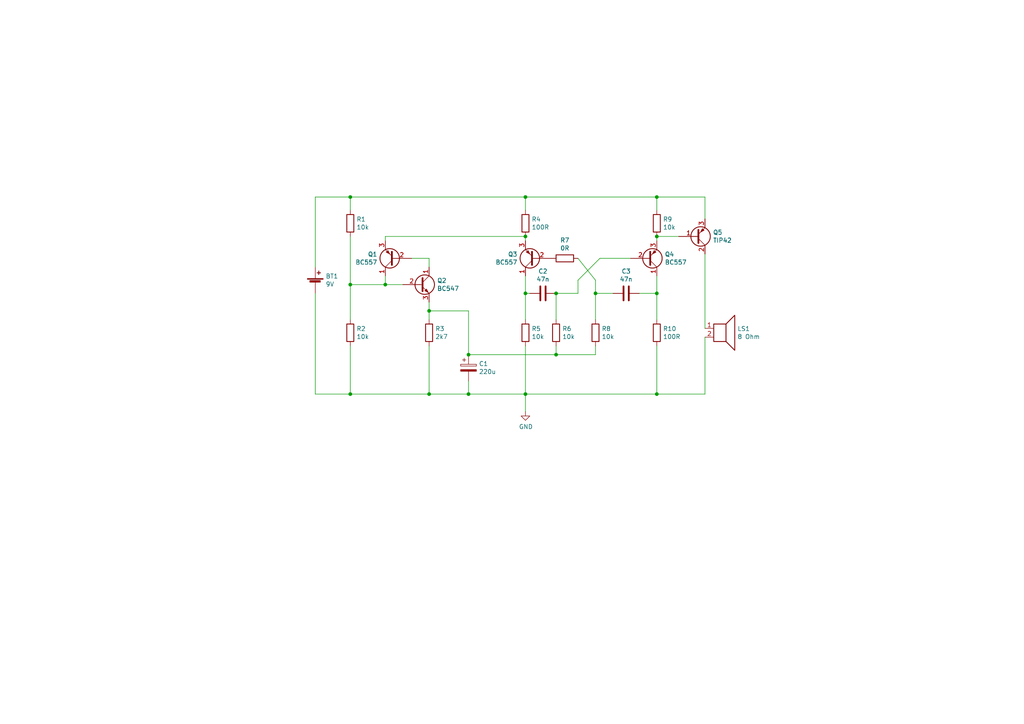
<source format=kicad_sch>
(kicad_sch (version 20211123) (generator eeschema)
  (paper "A4")
  (lib_symbols
    (symbol "Device:Battery_Cell" (pin_numbers hide) (pin_names (offset 0) hide)
      (property "Reference" "BT" (at 2.54 2.54 0))
      (property "Value" "Battery_Cell" (at 2.54 0 0))
      (symbol "Battery_Cell_0_1"
        (rectangle (start -2.286 1.778) (end 2.286 1.524) (fill (type outline)))
        (rectangle (start -1.5748 1.1938) (end 1.4732 0.6858) (fill (type outline)))
        (polyline (pts (xy 0 0.762) (xy 0 0)))
        (polyline (pts (xy 0 1.778) (xy 0 2.54)))
        (polyline (pts (xy 0.508 3.429) (xy 1.524 3.429)) (stroke (width 0.254)))
        (polyline (pts (xy 1.016 3.937) (xy 1.016 2.921)) (stroke (width 0.254)))
      )
      (symbol "Battery_Cell_1_1"
        (pin passive line (at 0 5.08 270) (length 2.54) (name "+") (number "1"))
        (pin passive line (at 0 -2.54 90) (length 2.54) (name "-") (number "2"))
      )
    )
    (symbol "Device:C" (pin_numbers hide) (pin_names (offset 0.254))
      (property "Reference" "C" (at 0.635 2.54 0))
      (property "Value" "C" (at 0.635 -2.54 0))
      (symbol "C_0_1"
        (polyline (pts (xy -2.032 -0.762) (xy 2.032 -0.762)) (stroke (width 0.508)))
        (polyline (pts (xy -2.032 0.762) (xy 2.032 0.762)) (stroke (width 0.508)))
      )
      (symbol "C_1_1"
        (pin passive line (at 0 3.81 270) (length 2.794) (name "~") (number "1"))
        (pin passive line (at 0 -3.81 90) (length 2.794) (name "~") (number "2"))
      )
    )
    (symbol "Device:R" (pin_numbers hide) (pin_names (offset 0))
      (property "Reference" "R" (at 2.032 0 90))
      (property "Value" "R" (at 0 0 90))
      (symbol "R_0_1"
        (rectangle (start -1.016 -2.54) (end 1.016 2.54) (stroke (width 0.254)))
      )
      (symbol "R_1_1"
        (pin passive line (at 0 3.81 270) (length 1.27) (name "~") (number "1"))
        (pin passive line (at 0 -3.81 90) (length 1.27) (name "~") (number "2"))
      )
    )
    (symbol "Device:Speaker" (pin_names (offset 0) hide)
      (property "Reference" "LS" (at 1.27 5.715 0))
      (property "Value" "Speaker" (at 1.27 3.81 0))
      (symbol "Speaker_0_0"
        (rectangle (start -2.54 1.27) (end 1.016 -3.81) (stroke (width 0.254)))
        (polyline (pts (xy 1.016 1.27) (xy 3.556 3.81) (xy 3.556 -6.35) (xy 1.016 -3.81)) (stroke (width 0.254)))
      )
      (symbol "Speaker_1_1"
        (pin input line (at -5.08 0 0) (length 2.54) (name "1") (number "1"))
        (pin input line (at -5.08 -2.54 0) (length 2.54) (name "2") (number "2"))
      )
    )
    (symbol "Transistor_BJT:BC547" (pin_names (offset 0) hide)
      (property "Reference" "Q" (at 5.08 1.905 0))
      (property "Value" "BC547" (at 5.08 0 0))
      (symbol "BC547_0_1"
        (polyline (pts (xy 0 0) (xy 0.635 0)))
        (polyline (pts (xy 0.635 0.635) (xy 2.54 2.54)))
        (polyline (pts (xy 0.635 -0.635) (xy 2.54 -2.54) (xy 2.54 -2.54)))
        (polyline (pts (xy 0.635 1.905) (xy 0.635 -1.905) (xy 0.635 -1.905)) (stroke (width 0.508)))
        (polyline (pts (xy 1.27 -1.778) (xy 1.778 -1.27) (xy 2.286 -2.286) (xy 1.27 -1.778) (xy 1.27 -1.778)) (fill (type outline)))
        (circle (center 1.27 0) (radius 2.8194) (stroke (width 0.254)))
      )
      (symbol "BC547_1_1"
        (pin passive line (at 2.54 5.08 270) (length 2.54) (name "C") (number "1"))
        (pin input line (at -5.08 0 0) (length 5.08) (name "B") (number "2"))
        (pin passive line (at 2.54 -5.08 90) (length 2.54) (name "E") (number "3"))
      )
    )
    (symbol "Transistor_BJT:BC557" (pin_names (offset 0) hide)
      (property "Reference" "Q" (at 5.08 1.905 0))
      (property "Value" "BC557" (at 5.08 0 0))
      (symbol "BC557_0_1"
        (polyline (pts (xy 0.635 0.635) (xy 2.54 2.54)))
        (polyline (pts (xy 0.635 -0.635) (xy 2.54 -2.54) (xy 2.54 -2.54)))
        (polyline (pts (xy 0.635 1.905) (xy 0.635 -1.905) (xy 0.635 -1.905)) (stroke (width 0.508)))
        (polyline (pts (xy 2.286 -1.778) (xy 1.778 -2.286) (xy 1.27 -1.27) (xy 2.286 -1.778) (xy 2.286 -1.778)) (fill (type outline)))
        (circle (center 1.27 0) (radius 2.8194) (stroke (width 0.254)))
      )
      (symbol "BC557_1_1"
        (pin passive line (at 2.54 5.08 270) (length 2.54) (name "C") (number "1"))
        (pin input line (at -5.08 0 0) (length 5.715) (name "B") (number "2"))
        (pin passive line (at 2.54 -5.08 90) (length 2.54) (name "E") (number "3"))
      )
    )
    (symbol "Transistor_BJT:TIP42" (pin_names (offset 0) hide)
      (property "Reference" "Q" (at 6.35 1.905 0))
      (property "Value" "TIP42" (at 6.35 0 0))
      (symbol "TIP42_0_1"
        (polyline (pts (xy 0.635 0.635) (xy 2.54 2.54)))
        (polyline (pts (xy 0.635 -0.635) (xy 2.54 -2.54) (xy 2.54 -2.54)))
        (polyline (pts (xy 0.635 1.905) (xy 0.635 -1.905) (xy 0.635 -1.905)) (stroke (width 0.508)))
        (polyline (pts (xy 2.286 -1.778) (xy 1.778 -2.286) (xy 1.27 -1.27) (xy 2.286 -1.778) (xy 2.286 -1.778)) (fill (type outline)))
        (circle (center 1.27 0) (radius 2.8194) (stroke (width 0.254)))
      )
      (symbol "TIP42_1_1"
        (pin input line (at -5.08 0 0) (length 5.715) (name "B") (number "1"))
        (pin passive line (at 2.54 5.08 270) (length 2.54) (name "C") (number "2"))
        (pin passive line (at 2.54 -5.08 90) (length 2.54) (name "E") (number "3"))
      )
    )
    (symbol "power:GND" (power) (pin_names (offset 0))
      (property "Value" "GND" (at 0 -3.81 0))
      (symbol "GND_0_1"
        (polyline (pts (xy 0 0) (xy 0 -1.27) (xy 1.27 -1.27) (xy 0 -2.54) (xy -1.27 -1.27) (xy 0 -1.27)))
      )
      (symbol "GND_1_1"
        (pin power_in line (at 0 0 270) (length 0) hide (name "GND") (number "1"))
      )
    )
    (symbol "sirene-rescue:CP-Device" (pin_numbers hide) (pin_names (offset 0.254))
      (property "Reference" "C" (at 0.635 2.54 0))
      (property "Value" "CP-Device" (at 0.635 -2.54 0))
      (symbol "CP-Device_0_1"
        (rectangle (start -2.286 0.508) (end 2.286 1.016))
        (polyline (pts (xy -1.778 2.286) (xy -0.762 2.286)))
        (polyline (pts (xy -1.27 2.794) (xy -1.27 1.778)))
        (rectangle (start 2.286 -0.508) (end -2.286 -1.016) (fill (type outline)))
      )
      (symbol "CP-Device_1_1"
        (pin passive line (at 0 3.81 270) (length 2.794) (name "~") (number "1"))
        (pin passive line (at 0 -3.81 90) (length 2.794) (name "~") (number "2"))
      )
    )
  )
  (junction (at 111.76 82.55))
  (junction (at 190.5 57.15))
  (junction (at 190.5 114.3))
  (junction (at 152.4 114.3))
  (junction (at 101.6 82.55))
  (junction (at 172.72 85.09))
  (junction (at 190.5 85.09))
  (junction (at 135.89 102.87))
  (junction (at 135.89 114.3))
  (junction (at 124.46 114.3))
  (junction (at 124.46 90.17))
  (junction (at 101.6 57.15))
  (junction (at 161.29 102.87))
  (junction (at 161.29 85.09))
  (junction (at 152.4 57.15))
  (junction (at 101.6 114.3))
  (junction (at 152.4 85.09))
  (junction (at 152.4 68.58))
  (junction (at 190.5 68.58))
  (wire (pts (xy 101.6 68.58) (xy 101.6 82.55)))
  (wire (pts (xy 190.5 100.33) (xy 190.5 114.3)))
  (wire (pts (xy 152.4 100.33) (xy 152.4 114.3)))
  (wire (pts (xy 135.89 110.49) (xy 135.89 114.3)))
  (wire (pts (xy 111.76 69.85) (xy 111.76 68.58)))
  (wire (pts (xy 101.6 57.15) (xy 101.6 60.96)))
  (wire (pts (xy 135.89 102.87) (xy 135.89 90.17)))
  (wire (pts (xy 101.6 57.15) (xy 152.4 57.15)))
  (wire (pts (xy 167.64 81.28) (xy 173.99 74.93)))
  (wire (pts (xy 152.4 92.71) (xy 152.4 85.09)))
  (wire (pts (xy 152.4 57.15) (xy 152.4 60.96)))
  (wire (pts (xy 124.46 74.93) (xy 124.46 77.47)))
  (wire (pts (xy 91.44 77.47) (xy 91.44 57.15)))
  (wire (pts (xy 190.5 114.3) (xy 152.4 114.3)))
  (wire (pts (xy 190.5 85.09) (xy 190.5 92.71)))
  (wire (pts (xy 161.29 85.09) (xy 161.29 92.71)))
  (wire (pts (xy 111.76 82.55) (xy 101.6 82.55)))
  (wire (pts (xy 101.6 100.33) (xy 101.6 114.3)))
  (wire (pts (xy 124.46 87.63) (xy 124.46 90.17)))
  (wire (pts (xy 204.47 73.66) (xy 204.47 95.25)))
  (wire (pts (xy 190.5 68.58) (xy 190.5 69.85)))
  (wire (pts (xy 190.5 68.58) (xy 196.85 68.58)))
  (wire (pts (xy 152.4 85.09) (xy 152.4 80.01)))
  (wire (pts (xy 152.4 69.85) (xy 152.4 68.58)))
  (wire (pts (xy 177.8 85.09) (xy 172.72 85.09)))
  (wire (pts (xy 101.6 114.3) (xy 91.44 114.3)))
  (wire (pts (xy 124.46 114.3) (xy 101.6 114.3)))
  (wire (pts (xy 91.44 114.3) (xy 91.44 85.09)))
  (wire (pts (xy 116.84 82.55) (xy 111.76 82.55)))
  (wire (pts (xy 173.99 74.93) (xy 182.88 74.93)))
  (wire (pts (xy 204.47 63.5) (xy 204.47 57.15)))
  (wire (pts (xy 119.38 74.93) (xy 124.46 74.93)))
  (wire (pts (xy 167.64 85.09) (xy 167.64 81.28)))
  (wire (pts (xy 161.29 102.87) (xy 135.89 102.87)))
  (wire (pts (xy 101.6 82.55) (xy 101.6 92.71)))
  (wire (pts (xy 172.72 81.28) (xy 172.72 85.09)))
  (wire (pts (xy 152.4 119.38) (xy 152.4 114.3)))
  (wire (pts (xy 111.76 68.58) (xy 152.4 68.58)))
  (wire (pts (xy 135.89 114.3) (xy 124.46 114.3)))
  (wire (pts (xy 172.72 102.87) (xy 161.29 102.87)))
  (wire (pts (xy 161.29 100.33) (xy 161.29 102.87)))
  (wire (pts (xy 167.64 74.93) (xy 172.72 81.28)))
  (wire (pts (xy 124.46 90.17) (xy 124.46 92.71)))
  (wire (pts (xy 190.5 57.15) (xy 152.4 57.15)))
  (wire (pts (xy 172.72 85.09) (xy 172.72 92.71)))
  (wire (pts (xy 204.47 114.3) (xy 190.5 114.3)))
  (wire (pts (xy 91.44 57.15) (xy 101.6 57.15)))
  (wire (pts (xy 135.89 90.17) (xy 124.46 90.17)))
  (wire (pts (xy 111.76 82.55) (xy 111.76 80.01)))
  (wire (pts (xy 161.29 85.09) (xy 167.64 85.09)))
  (wire (pts (xy 152.4 114.3) (xy 135.89 114.3)))
  (wire (pts (xy 153.67 85.09) (xy 152.4 85.09)))
  (wire (pts (xy 172.72 100.33) (xy 172.72 102.87)))
  (wire (pts (xy 204.47 57.15) (xy 190.5 57.15)))
  (wire (pts (xy 204.47 97.79) (xy 204.47 114.3)))
  (wire (pts (xy 190.5 80.01) (xy 190.5 85.09)))
  (wire (pts (xy 185.42 85.09) (xy 190.5 85.09)))
  (wire (pts (xy 124.46 100.33) (xy 124.46 114.3)))
  (wire (pts (xy 190.5 60.96) (xy 190.5 57.15)))
  (symbol (lib_id "Device:Battery_Cell") (at 91.44 82.55 0) (unit 1)
    (property "Reference" "BT1" (at 94.4372 80.1116 0) (effects (justify left)))
    (property "Value" "9V" (at 94.4372 82.423 0) (effects (justify left)))
    (property "Footprint" "9v batterij:9v batterij" (effects hide))
  )
  (symbol (lib_id "Device:R") (at 101.6 64.77 0) (unit 1)
    (property "Reference" "R1" (at 103.378 63.6016 0) (effects (justify left)))
    (property "Value" "10k" (at 103.378 65.913 0) (effects (justify left)))
    (property "Footprint" "Resistor_THT:R_Axial_DIN0207_L6.3mm_D2.5mm_P7.62mm_Horizontal" (effects hide))
  )
  (symbol (lib_id "Device:R") (at 101.6 96.52 0) (unit 1)
    (property "Reference" "R2" (at 103.378 95.3516 0) (effects (justify left)))
    (property "Value" "10k" (at 103.378 97.663 0) (effects (justify left)))
    (property "Footprint" "Resistor_THT:R_Axial_DIN0207_L6.3mm_D2.5mm_P7.62mm_Horizontal" (effects hide))
  )
  (symbol (lib_id "Transistor_BJT:BC557") (at 114.3 74.93 180) (unit 1)
    (property "Reference" "Q1" (at 109.4486 73.7616 0) (effects (justify left)))
    (property "Value" "BC557" (at 109.4486 76.073 0) (effects (justify left)))
    (property "Footprint" "Package_TO_SOT_THT:TO-92_Wide" (effects hide))
    (property "Datasheet" "http://www.fairchildsemi.com/ds/BC/BC557.pdf" (effects hide))
  )
  (symbol (lib_id "Transistor_BJT:BC547") (at 121.92 82.55 0) (unit 1)
    (property "Reference" "Q2" (at 126.7714 81.3816 0) (effects (justify left)))
    (property "Value" "BC547" (at 126.7714 83.693 0) (effects (justify left)))
    (property "Footprint" "Package_TO_SOT_THT:TO-92_Wide" (effects hide))
    (property "Datasheet" "http://www.fairchildsemi.com/ds/BC/BC547.pdf" (effects hide))
  )
  (symbol (lib_id "Device:R") (at 124.46 96.52 0) (unit 1)
    (property "Reference" "R3" (at 126.238 95.3516 0) (effects (justify left)))
    (property "Value" "2k7" (at 126.238 97.663 0) (effects (justify left)))
    (property "Footprint" "Resistor_THT:R_Axial_DIN0207_L6.3mm_D2.5mm_P7.62mm_Horizontal" (effects hide))
  )
  (symbol (lib_id "sirene-rescue:CP-Device") (at 135.89 106.68 0) (unit 1)
    (property "Reference" "C1" (at 138.8872 105.5116 0) (effects (justify left)))
    (property "Value" "220u" (at 138.8872 107.823 0) (effects (justify left)))
    (property "Footprint" "Capacitor_THT:CP_Axial_L20.0mm_D10.0mm_P26.00mm_Horizontal" (effects hide))
  )
  (symbol (lib_id "Transistor_BJT:BC557") (at 154.94 74.93 180) (unit 1)
    (property "Reference" "Q3" (at 150.0886 73.7616 0) (effects (justify left)))
    (property "Value" "BC557" (at 150.0886 76.073 0) (effects (justify left)))
    (property "Footprint" "Package_TO_SOT_THT:TO-92_Wide" (effects hide))
    (property "Datasheet" "http://www.fairchildsemi.com/ds/BC/BC557.pdf" (effects hide))
  )
  (symbol (lib_id "Device:R") (at 152.4 64.77 0) (unit 1)
    (property "Reference" "R4" (at 154.178 63.6016 0) (effects (justify left)))
    (property "Value" "100R" (at 154.178 65.913 0) (effects (justify left)))
    (property "Footprint" "Resistor_THT:R_Axial_DIN0207_L6.3mm_D2.5mm_P7.62mm_Horizontal" (effects hide))
  )
  (symbol (lib_id "Device:R") (at 152.4 96.52 0) (unit 1)
    (property "Reference" "R5" (at 154.178 95.3516 0) (effects (justify left)))
    (property "Value" "10k" (at 154.178 97.663 0) (effects (justify left)))
    (property "Footprint" "Resistor_THT:R_Axial_DIN0207_L6.3mm_D2.5mm_P7.62mm_Horizontal" (effects hide))
  )
  (symbol (lib_id "power:GND") (at 152.4 119.38 0) (unit 1)
    (property "Reference" "#PWR01" (effects hide))
    (property "Value" "GND" (at 152.527 123.7742 0))
  )
  (symbol (lib_id "Device:C") (at 157.48 85.09 270) (unit 1)
    (property "Reference" "C2" (at 157.48 78.6892 90))
    (property "Value" "47n" (at 157.48 81.0006 90))
    (property "Footprint" "Capacitor_THT:C_Rect_L7.2mm_W2.5mm_P5.00mm_FKS2_FKP2_MKS2_MKP2" (effects hide))
  )
  (symbol (lib_id "Device:R") (at 163.83 74.93 270) (unit 1)
    (property "Reference" "R7" (at 163.83 69.6722 90))
    (property "Value" "0R" (at 163.83 71.9836 90))
    (property "Footprint" "Resistor_THT:R_Axial_DIN0207_L6.3mm_D2.5mm_P7.62mm_Horizontal" (effects hide))
  )
  (symbol (lib_id "Device:R") (at 161.29 96.52 0) (unit 1)
    (property "Reference" "R6" (at 163.068 95.3516 0) (effects (justify left)))
    (property "Value" "10k" (at 163.068 97.663 0) (effects (justify left)))
    (property "Footprint" "Resistor_THT:R_Axial_DIN0207_L6.3mm_D2.5mm_P7.62mm_Horizontal" (effects hide))
  )
  (symbol (lib_id "Device:R") (at 172.72 96.52 0) (unit 1)
    (property "Reference" "R8" (at 174.498 95.3516 0) (effects (justify left)))
    (property "Value" "10k" (at 174.498 97.663 0) (effects (justify left)))
    (property "Footprint" "Resistor_THT:R_Axial_DIN0207_L6.3mm_D2.5mm_P7.62mm_Horizontal" (effects hide))
  )
  (symbol (lib_id "Device:C") (at 181.61 85.09 270) (unit 1)
    (property "Reference" "C3" (at 181.61 78.6892 90))
    (property "Value" "47n" (at 181.61 81.0006 90))
    (property "Footprint" "Capacitor_THT:C_Rect_L7.2mm_W2.5mm_P5.00mm_FKS2_FKP2_MKS2_MKP2" (effects hide))
  )
  (symbol (lib_id "Device:R") (at 190.5 96.52 0) (unit 1)
    (property "Reference" "R10" (at 192.278 95.3516 0) (effects (justify left)))
    (property "Value" "100R" (at 192.278 97.663 0) (effects (justify left)))
    (property "Footprint" "Resistor_THT:R_Axial_DIN0207_L6.3mm_D2.5mm_P7.62mm_Horizontal" (effects hide))
  )
  (symbol (lib_id "Device:Speaker") (at 209.55 95.25 0) (unit 1)
    (property "Reference" "LS1" (at 213.868 95.3516 0) (effects (justify left)))
    (property "Value" "8 Ohm" (at 213.868 97.663 0) (effects (justify left)))
    (property "Footprint" "Connector_PinHeader_2.54mm:PinHeader_1x02_P2.54mm_Vertical" (effects hide))
  )
  (symbol (lib_id "Transistor_BJT:BC557") (at 187.96 74.93 0) (mirror x) (unit 1)
    (property "Reference" "Q4" (at 192.8114 73.7616 0) (effects (justify left)))
    (property "Value" "BC557" (at 192.8114 76.073 0) (effects (justify left)))
    (property "Footprint" "Package_TO_SOT_THT:TO-92_Wide" (effects hide))
    (property "Datasheet" "http://www.fairchildsemi.com/ds/BC/BC557.pdf" (effects hide))
  )
  (symbol (lib_id "Device:R") (at 190.5 64.77 0) (unit 1)
    (property "Reference" "R9" (at 192.278 63.6016 0) (effects (justify left)))
    (property "Value" "10k" (at 192.278 65.913 0) (effects (justify left)))
    (property "Footprint" "Resistor_THT:R_Axial_DIN0207_L6.3mm_D2.5mm_P7.62mm_Horizontal" (effects hide))
  )
  (symbol (lib_id "Transistor_BJT:TIP42") (at 201.93 68.58 0) (mirror x) (unit 1)
    (property "Reference" "Q5" (at 206.7814 67.4116 0) (effects (justify left)))
    (property "Value" "TIP42" (at 206.7814 69.723 0) (effects (justify left)))
    (property "Footprint" "Package_TO_SOT_THT:TO-92_Wide" (effects hide))
    (property "Datasheet" "https://www.centralsemi.com/get_document.php?cmp=1&mergetype=pd&mergepath=pd&pdf_id=TIP42.PDF" (effects hide))
  )
)
</source>
